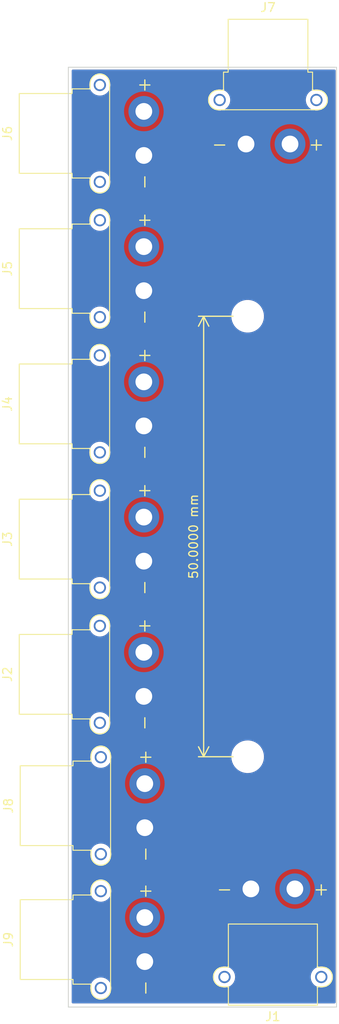
<source format=kicad_pcb>
(kicad_pcb (version 20221018) (generator pcbnew)
  (layers (0 "F.Cu" signal) (31 "B.Cu" signal) (34 "B.Paste" user) (35 "F.Paste" user) (36 "B.SilkS" user "B.Silkscreen") (37 "F.SilkS" user "F.Silkscreen") (38 "B.Mask" user) (39 "F.Mask" user) (44 "Edge.Cuts" user))
  (net 0 "")
  (net 1 "/-")
  (net 2 "/+")
  (footprint "Connector_AMASS:AMASS_XT30PW-F_1x02_P2.50mm_Horizontal" (layer "F.Cu") (at 154.816742 30.450794)
    (fp_text reference "J7" (at 2.5 -15.5) (layer "F.SilkS"))
    (fp_text value "Conn_01x02_Pin")
    (fp_text user "+" (at 8 0) (layer "F.SilkS") (effects (font (size 1.5 1.5))))
    (fp_text user "-" (at -3 0) (layer "F.SilkS") (effects (font (size 1.5 1.5))))
    (fp_line (start -3.26 -6.11) (end -2.56 -6.11) (stroke (width 0.12)) (layer "F.SilkS"))
    (fp_line (start -3.26 -3.89) (end 8.26 -3.89) (stroke (width 0.12)) (layer "F.SilkS"))
    (fp_line (start -2.56 -8.16) (end -2.56 -6.11) (stroke (width 0.12)) (layer "F.SilkS"))
    (fp_line (start -2.56 -8.16) (end -2.03 -8.16) (stroke (width 0.12)) (layer "F.SilkS"))
    (fp_line (start -2.03 -14.16) (end -2.03 -8.16) (stroke (width 0.12)) (layer "F.SilkS"))
    (fp_line (start -2.03 -14.16) (end 7 -14.16) (stroke (width 0.12)) (layer "F.SilkS"))
    (fp_line (start 7.03 -14.16) (end 7.03 -8.16) (stroke (width 0.12)) (layer "F.SilkS"))
    (fp_line (start 7.03 -8.16) (end 7.56 -8.16) (stroke (width 0.12)) (layer "F.SilkS"))
    (fp_line (start 7.56 -8.16) (end 7.56 -6.11) (stroke (width 0.12)) (layer "F.SilkS"))
    (fp_line (start 7.56 -6.11) (end 8.26 -6.11) (stroke (width 0.12)) (layer "F.SilkS"))
    (fp_arc (start -3.321729 -3.903365) (mid -4.256653 -5.086124) (end -3.15 -6.11) (stroke (width 0.12)) (layer "F.SilkS"))
    (fp_arc (start 8.15 -6.11) (mid 9.26 -5) (end 8.15 -3.89) (stroke (width 0.12)) (layer "F.SilkS"))
    (pad "" thru_hole circle (at -3 -5 90) (size 1.4 1.4) (drill 1) (layers "*.Cu" "*.Mask"))
    (pad "" thru_hole circle (at 8 -5) (size 1.4 1.4) (drill 1) (layers "*.Cu" "*.Mask"))
    (pad "1" thru_hole rect (at 0 0) (size 3.5 3.5) (drill 1.9) (layers "*.Cu" "*.Mask") (net 1 "/-"))
    (pad "2" thru_hole circle (at 5 0) (size 3.5 3.5) (drill 1.9) (layers "*.Cu" "*.Mask") (net 2 "/+"))
  )
  (footprint "Connector_AMASS:AMASS_XT30PW-F_1x02_P2.50mm_Horizontal" (layer "F.Cu") (at 143.31 108.054413 90)
    (fp_text reference "J8" (at 2.5 -15.5 90) (layer "F.SilkS"))
    (fp_text value "Conn_01x02_Pin")
    (fp_text user "-" (at -3 0 90) (layer "F.SilkS") (effects (font (size 1.5 1.5))))
    (fp_text user "+" (at 8 0 90) (layer "F.SilkS") (effects (font (size 1.5 1.5))))
    (fp_line (start -3.26 -6.11) (end -2.56 -6.11) (stroke (width 0.12)) (layer "F.SilkS"))
    (fp_line (start -3.26 -3.89) (end 8.26 -3.89) (stroke (width 0.12)) (layer "F.SilkS"))
    (fp_line (start -2.56 -8.16) (end -2.56 -6.11) (stroke (width 0.12)) (layer "F.SilkS"))
    (fp_line (start -2.56 -8.16) (end -2.03 -8.16) (stroke (width 0.12)) (layer "F.SilkS"))
    (fp_line (start -2.03 -14.16) (end -2.03 -8.16) (stroke (width 0.12)) (layer "F.SilkS"))
    (fp_line (start -2.03 -14.16) (end 7 -14.16) (stroke (width 0.12)) (layer "F.SilkS"))
    (fp_line (start 7.03 -14.16) (end 7.03 -8.16) (stroke (width 0.12)) (layer "F.SilkS"))
    (fp_line (start 7.03 -8.16) (end 7.56 -8.16) (stroke (width 0.12)) (layer "F.SilkS"))
    (fp_line (start 7.56 -8.16) (end 7.56 -6.11) (stroke (width 0.12)) (layer "F.SilkS"))
    (fp_line (start 7.56 -6.11) (end 8.26 -6.11) (stroke (width 0.12)) (layer "F.SilkS"))
    (fp_arc (start -3.321729 -3.903365) (mid -4.256653 -5.086124) (end -3.15 -6.11) (stroke (width 0.12)) (layer "F.SilkS"))
    (fp_arc (start 8.15 -6.11) (mid 9.26 -5) (end 8.15 -3.89) (stroke (width 0.12)) (layer "F.SilkS"))
    (pad "" thru_hole circle (at -3 -5 180) (size 1.4 1.4) (drill 1) (layers "*.Cu" "*.Mask"))
    (pad "" thru_hole circle (at 8 -5 90) (size 1.4 1.4) (drill 1) (layers "*.Cu" "*.Mask"))
    (pad "1" thru_hole rect (at 0 0 90) (size 3.5 3.5) (drill 1.9) (layers "*.Cu" "*.Mask") (net 1 "/-"))
    (pad "2" thru_hole circle (at 5 0 90) (size 3.5 3.5) (drill 1.9) (layers "*.Cu" "*.Mask") (net 2 "/+"))
  )
  (footprint "Connector_AMASS:AMASS_XT30PW-F_1x02_P2.50mm_Horizontal" (layer "F.Cu") (at 143.199909 93.148984 90)
    (fp_text reference "J2" (at 2.5 -15.5 90) (layer "F.SilkS"))
    (fp_text value "Conn_01x02_Pin")
    (fp_text user "+" (at 8 0 90) (layer "F.SilkS") (effects (font (size 1.5 1.5))))
    (fp_text user "-" (at -3 0 90) (layer "F.SilkS") (effects (font (size 1.5 1.5))))
    (fp_line (start -3.26 -6.11) (end -2.56 -6.11) (stroke (width 0.12)) (layer "F.SilkS"))
    (fp_line (start -3.26 -3.89) (end 8.26 -3.89) (stroke (width 0.12)) (layer "F.SilkS"))
    (fp_line (start -2.56 -8.16) (end -2.56 -6.11) (stroke (width 0.12)) (layer "F.SilkS"))
    (fp_line (start -2.56 -8.16) (end -2.03 -8.16) (stroke (width 0.12)) (layer "F.SilkS"))
    (fp_line (start -2.03 -14.16) (end -2.03 -8.16) (stroke (width 0.12)) (layer "F.SilkS"))
    (fp_line (start -2.03 -14.16) (end 7 -14.16) (stroke (width 0.12)) (layer "F.SilkS"))
    (fp_line (start 7.03 -14.16) (end 7.03 -8.16) (stroke (width 0.12)) (layer "F.SilkS"))
    (fp_line (start 7.03 -8.16) (end 7.56 -8.16) (stroke (width 0.12)) (layer "F.SilkS"))
    (fp_line (start 7.56 -8.16) (end 7.56 -6.11) (stroke (width 0.12)) (layer "F.SilkS"))
    (fp_line (start 7.56 -6.11) (end 8.26 -6.11) (stroke (width 0.12)) (layer "F.SilkS"))
    (fp_arc (start -3.321729 -3.903365) (mid -4.256653 -5.086124) (end -3.15 -6.11) (stroke (width 0.12)) (layer "F.SilkS"))
    (fp_arc (start 8.15 -6.11) (mid 9.26 -5) (end 8.15 -3.89) (stroke (width 0.12)) (layer "F.SilkS"))
    (pad "" thru_hole circle (at -3 -5 180) (size 1.4 1.4) (drill 1) (layers "*.Cu" "*.Mask"))
    (pad "" thru_hole circle (at 8 -5 90) (size 1.4 1.4) (drill 1) (layers "*.Cu" "*.Mask"))
    (pad "1" thru_hole rect (at 0 0 90) (size 3.5 3.5) (drill 1.9) (layers "*.Cu" "*.Mask") (net 1 "/-"))
    (pad "2" thru_hole circle (at 5 0 90) (size 3.5 3.5) (drill 1.9) (layers "*.Cu" "*.Mask") (net 2 "/+"))
  )
  (footprint "Connector_AMASS:AMASS_XT30PW-F_1x02_P2.50mm_Horizontal" (layer "F.Cu") (at 143.199909 62.448984 90)
    (fp_text reference "J4" (at 2.5 -15.5 90) (layer "F.SilkS"))
    (fp_text value "Conn_01x02_Pin")
    (fp_text user "+" (at 8 0 90) (layer "F.SilkS") (effects (font (size 1.5 1.5))))
    (fp_text user "-" (at -3 0 90) (layer "F.SilkS") (effects (font (size 1.5 1.5))))
    (fp_line (start -3.26 -6.11) (end -2.56 -6.11) (stroke (width 0.12)) (layer "F.SilkS"))
    (fp_line (start -3.26 -3.89) (end 8.26 -3.89) (stroke (width 0.12)) (layer "F.SilkS"))
    (fp_line (start -2.56 -8.16) (end -2.56 -6.11) (stroke (width 0.12)) (layer "F.SilkS"))
    (fp_line (start -2.56 -8.16) (end -2.03 -8.16) (stroke (width 0.12)) (layer "F.SilkS"))
    (fp_line (start -2.03 -14.16) (end -2.03 -8.16) (stroke (width 0.12)) (layer "F.SilkS"))
    (fp_line (start -2.03 -14.16) (end 7 -14.16) (stroke (width 0.12)) (layer "F.SilkS"))
    (fp_line (start 7.03 -14.16) (end 7.03 -8.16) (stroke (width 0.12)) (layer "F.SilkS"))
    (fp_line (start 7.03 -8.16) (end 7.56 -8.16) (stroke (width 0.12)) (layer "F.SilkS"))
    (fp_line (start 7.56 -8.16) (end 7.56 -6.11) (stroke (width 0.12)) (layer "F.SilkS"))
    (fp_line (start 7.56 -6.11) (end 8.26 -6.11) (stroke (width 0.12)) (layer "F.SilkS"))
    (fp_arc (start -3.321729 -3.903365) (mid -4.256653 -5.086124) (end -3.15 -6.11) (stroke (width 0.12)) (layer "F.SilkS"))
    (fp_arc (start 8.15 -6.11) (mid 9.26 -5) (end 8.15 -3.89) (stroke (width 0.12)) (layer "F.SilkS"))
    (pad "" thru_hole circle (at -3 -5 180) (size 1.4 1.4) (drill 1) (layers "*.Cu" "*.Mask"))
    (pad "" thru_hole circle (at 8 -5 90) (size 1.4 1.4) (drill 1) (layers "*.Cu" "*.Mask"))
    (pad "1" thru_hole rect (at 0 0 90) (size 3.5 3.5) (drill 1.9) (layers "*.Cu" "*.Mask") (net 1 "/-"))
    (pad "2" thru_hole circle (at 5 0 90) (size 3.5 3.5) (drill 1.9) (layers "*.Cu" "*.Mask") (net 2 "/+"))
  )
  (footprint "Connector_AMASS:AMASS_XT30PW-F_1x02_P2.50mm_Horizontal" (layer "F.Cu") (at 143.199909 47.098984 90)
    (fp_text reference "J5" (at 2.5 -15.5 90) (layer "F.SilkS"))
    (fp_text value "Conn_01x02_Pin")
    (fp_text user "+" (at 8 0 90) (layer "F.SilkS") (effects (font (size 1.5 1.5))))
    (fp_text user "-" (at -3 0 90) (layer "F.SilkS") (effects (font (size 1.5 1.5))))
    (fp_line (start -3.26 -6.11) (end -2.56 -6.11) (stroke (width 0.12)) (layer "F.SilkS"))
    (fp_line (start -3.26 -3.89) (end 8.26 -3.89) (stroke (width 0.12)) (layer "F.SilkS"))
    (fp_line (start -2.56 -8.16) (end -2.56 -6.11) (stroke (width 0.12)) (layer "F.SilkS"))
    (fp_line (start -2.56 -8.16) (end -2.03 -8.16) (stroke (width 0.12)) (layer "F.SilkS"))
    (fp_line (start -2.03 -14.16) (end -2.03 -8.16) (stroke (width 0.12)) (layer "F.SilkS"))
    (fp_line (start -2.03 -14.16) (end 7 -14.16) (stroke (width 0.12)) (layer "F.SilkS"))
    (fp_line (start 7.03 -14.16) (end 7.03 -8.16) (stroke (width 0.12)) (layer "F.SilkS"))
    (fp_line (start 7.03 -8.16) (end 7.56 -8.16) (stroke (width 0.12)) (layer "F.SilkS"))
    (fp_line (start 7.56 -8.16) (end 7.56 -6.11) (stroke (width 0.12)) (layer "F.SilkS"))
    (fp_line (start 7.56 -6.11) (end 8.26 -6.11) (stroke (width 0.12)) (layer "F.SilkS"))
    (fp_arc (start -3.321729 -3.903365) (mid -4.256653 -5.086124) (end -3.15 -6.11) (stroke (width 0.12)) (layer "F.SilkS"))
    (fp_arc (start 8.15 -6.11) (mid 9.26 -5) (end 8.15 -3.89) (stroke (width 0.12)) (layer "F.SilkS"))
    (pad "" thru_hole circle (at -3 -5 180) (size 1.4 1.4) (drill 1) (layers "*.Cu" "*.Mask"))
    (pad "" thru_hole circle (at 8 -5 90) (size 1.4 1.4) (drill 1) (layers "*.Cu" "*.Mask"))
    (pad "1" thru_hole rect (at 0 0 90) (size 3.5 3.5) (drill 1.9) (layers "*.Cu" "*.Mask") (net 1 "/-"))
    (pad "2" thru_hole circle (at 5 0 90) (size 3.5 3.5) (drill 1.9) (layers "*.Cu" "*.Mask") (net 2 "/+"))
  )
  (footprint "Connector_AMASS:AMASS_XT30PW-F_1x02_P2.50mm_Horizontal" (layer "F.Cu") (at 143.199909 31.748984 90)
    (fp_text reference "J6" (at 2.5 -15.5 90) (layer "F.SilkS"))
    (fp_text value "Conn_01x02_Pin")
    (fp_text user "-" (at -3 0 90) (layer "F.SilkS") (effects (font (size 1.5 1.5))))
    (fp_text user "+" (at 8 0 90) (layer "F.SilkS") (effects (font (size 1.5 1.5))))
    (fp_line (start -3.26 -6.11) (end -2.56 -6.11) (stroke (width 0.12)) (layer "F.SilkS"))
    (fp_line (start -3.26 -3.89) (end 8.26 -3.89) (stroke (width 0.12)) (layer "F.SilkS"))
    (fp_line (start -2.56 -8.16) (end -2.56 -6.11) (stroke (width 0.12)) (layer "F.SilkS"))
    (fp_line (start -2.56 -8.16) (end -2.03 -8.16) (stroke (width 0.12)) (layer "F.SilkS"))
    (fp_line (start -2.03 -14.16) (end -2.03 -8.16) (stroke (width 0.12)) (layer "F.SilkS"))
    (fp_line (start -2.03 -14.16) (end 7 -14.16) (stroke (width 0.12)) (layer "F.SilkS"))
    (fp_line (start 7.03 -14.16) (end 7.03 -8.16) (stroke (width 0.12)) (layer "F.SilkS"))
    (fp_line (start 7.03 -8.16) (end 7.56 -8.16) (stroke (width 0.12)) (layer "F.SilkS"))
    (fp_line (start 7.56 -8.16) (end 7.56 -6.11) (stroke (width 0.12)) (layer "F.SilkS"))
    (fp_line (start 7.56 -6.11) (end 8.26 -6.11) (stroke (width 0.12)) (layer "F.SilkS"))
    (fp_arc (start -3.321729 -3.903365) (mid -4.256653 -5.086124) (end -3.15 -6.11) (stroke (width 0.12)) (layer "F.SilkS"))
    (fp_arc (start 8.15 -6.11) (mid 9.26 -5) (end 8.15 -3.89) (stroke (width 0.12)) (layer "F.SilkS"))
    (pad "" thru_hole circle (at -3 -5 180) (size 1.4 1.4) (drill 1) (layers "*.Cu" "*.Mask"))
    (pad "" thru_hole circle (at 8 -5 90) (size 1.4 1.4) (drill 1) (layers "*.Cu" "*.Mask"))
    (pad "1" thru_hole rect (at 0 0 90) (size 3.5 3.5) (drill 1.9) (layers "*.Cu" "*.Mask") (net 1 "/-"))
    (pad "2" thru_hole circle (at 5 0 90) (size 3.5 3.5) (drill 1.9) (layers "*.Cu" "*.Mask") (net 2 "/+"))
  )
  (footprint "Connector_AMASS:AMASS_XT30PW-M_1x02_P2.50mm_Horizontal" (layer "F.Cu") (at 155.369457 115 180)
    (fp_text reference "J1" (at -2.5 -14.5) (layer "F.SilkS"))
    (fp_text value "Conn_01x02_Socket")
    (fp_text user "-" (at 3 0) (layer "F.SilkS") (effects (font (size 1.5 1.5))))
    (fp_text user "+" (at -8 0) (layer "F.SilkS") (effects (font (size 1.5 1.5))))
    (fp_line (start -8.15 -11.11) (end -7.56 -11.11) (stroke (width 0.12)) (layer "F.SilkS"))
    (fp_line (start -8.15 -8.89) (end -7.56 -8.89) (stroke (width 0.12)) (layer "F.SilkS"))
    (fp_line (start -7.56 -13.21) (end -7.56 -11.11) (stroke (width 0.12)) (layer "F.SilkS"))
    (fp_line (start -7.56 -13.21) (end 2.56 -13.21) (stroke (width 0.12)) (layer "F.SilkS"))
    (fp_line (start -7.56 -8.89) (end -7.56 -3.99) (stroke (width 0.12)) (layer "F.SilkS"))
    (fp_line (start -7.56 -3.99) (end 2.56 -3.99) (stroke (width 0.12)) (layer "F.SilkS"))
    (fp_line (start 2.56 -13.21) (end 2.56 -11.11) (stroke (width 0.12)) (layer "F.SilkS"))
    (fp_line (start 2.56 -11.11) (end 3.15 -11.11) (stroke (width 0.12)) (layer "F.SilkS"))
    (fp_line (start 2.56 -8.89) (end 2.56 -3.99) (stroke (width 0.12)) (layer "F.SilkS"))
    (fp_line (start 2.56 -8.89) (end 3.15 -8.89) (stroke (width 0.12)) (layer "F.SilkS"))
    (fp_arc (start -8.15 -8.89) (mid -9.26 -10) (end -8.15 -11.11) (stroke (width 0.12)) (layer "F.SilkS"))
    (fp_arc (start 3.15 -11.11) (mid 4.26 -10) (end 3.15 -8.89) (stroke (width 0.12)) (layer "F.SilkS"))
    (pad "" thru_hole circle (at -8 -10 180) (size 1.4 1.4) (drill 1) (layers "*.Cu" "*.Mask"))
    (pad "" thru_hole circle (at 3 -10 180) (size 1.4 1.4) (drill 1) (layers "*.Cu" "*.Mask"))
    (pad "1" thru_hole rect (at 0 0 180) (size 3.5 3.5) (drill 1.9) (layers "*.Cu" "*.Mask") (net 1 "/-"))
    (pad "2" thru_hole circle (at -5 0 180) (size 3.5 3.5) (drill 1.9) (layers "*.Cu" "*.Mask") (net 2 "/+"))
  )
  (footprint "Connector_AMASS:AMASS_XT30PW-F_1x02_P2.50mm_Horizontal" (layer "F.Cu") (at 143.31 123.254413 90)
    (fp_text reference "J9" (at 2.5 -15.5 90) (layer "F.SilkS"))
    (fp_text value "Conn_01x02_Pin")
    (fp_text user "-" (at -3 0 90) (layer "F.SilkS") (effects (font (size 1.5 1.5))))
    (fp_text user "+" (at 8 0 90) (layer "F.SilkS") (effects (font (size 1.5 1.5))))
    (fp_line (start -3.26 -6.11) (end -2.56 -6.11) (stroke (width 0.12)) (layer "F.SilkS"))
    (fp_line (start -3.26 -3.89) (end 8.26 -3.89) (stroke (width 0.12)) (layer "F.SilkS"))
    (fp_line (start -2.56 -8.16) (end -2.56 -6.11) (stroke (width 0.12)) (layer "F.SilkS"))
    (fp_line (start -2.56 -8.16) (end -2.03 -8.16) (stroke (width 0.12)) (layer "F.SilkS"))
    (fp_line (start -2.03 -14.16) (end -2.03 -8.16) (stroke (width 0.12)) (layer "F.SilkS"))
    (fp_line (start -2.03 -14.16) (end 7 -14.16) (stroke (width 0.12)) (layer "F.SilkS"))
    (fp_line (start 7.03 -14.16) (end 7.03 -8.16) (stroke (width 0.12)) (layer "F.SilkS"))
    (fp_line (start 7.03 -8.16) (end 7.56 -8.16) (stroke (width 0.12)) (layer "F.SilkS"))
    (fp_line (start 7.56 -8.16) (end 7.56 -6.11) (stroke (width 0.12)) (layer "F.SilkS"))
    (fp_line (start 7.56 -6.11) (end 8.26 -6.11) (stroke (width 0.12)) (layer "F.SilkS"))
    (fp_arc (start -3.321729 -3.903365) (mid -4.256653 -5.086124) (end -3.15 -6.11) (stroke (width 0.12)) (layer "F.SilkS"))
    (fp_arc (start 8.15 -6.11) (mid 9.26 -5) (end 8.15 -3.89) (stroke (width 0.12)) (layer "F.SilkS"))
    (pad "" thru_hole circle (at -3 -5 180) (size 1.4 1.4) (drill 1) (layers "*.Cu" "*.Mask"))
    (pad "" thru_hole circle (at 8 -5 90) (size 1.4 1.4) (drill 1) (layers "*.Cu" "*.Mask"))
    (pad "1" thru_hole rect (at 0 0 90) (size 3.5 3.5) (drill 1.9) (layers "*.Cu" "*.Mask") (net 1 "/-"))
    (pad "2" thru_hole circle (at 5 0 90) (size 3.5 3.5) (drill 1.9) (layers "*.Cu" "*.Mask") (net 2 "/+"))
  )
  (footprint "MountingHole:MountingHole_3.2mm_M3" (layer "F.Cu") (at 155 50)
    (fp_text reference "REF**" hide)
    (fp_text value "MountingHole_3.2mm_M3")
    (pad "" np_thru_hole circle (at 0 0) (size 3.2 3.2) (drill 3.2) (layers "*.Cu" "*.Mask"))
  )
  (footprint "Connector_AMASS:AMASS_XT30PW-F_1x02_P2.50mm_Horizontal" (layer "F.Cu") (at 143.199909 77.798984 90)
    (fp_text reference "J3" (at 2.5 -15.5 90) (layer "F.SilkS"))
    (fp_text value "Conn_01x02_Pin")
    (fp_text user "+" (at 8 0 90) (layer "F.SilkS") (effects (font (size 1.5 1.5))))
    (fp_text user "-" (at -3 0 90) (layer "F.SilkS") (effects (font (size 1.5 1.5))))
    (fp_line (start -3.26 -6.11) (end -2.56 -6.11) (stroke (width 0.12)) (layer "F.SilkS"))
    (fp_line (start -3.26 -3.89) (end 8.26 -3.89) (stroke (width 0.12)) (layer "F.SilkS"))
    (fp_line (start -2.56 -8.16) (end -2.56 -6.11) (stroke (width 0.12)) (layer "F.SilkS"))
    (fp_line (start -2.56 -8.16) (end -2.03 -8.16) (stroke (width 0.12)) (layer "F.SilkS"))
    (fp_line (start -2.03 -14.16) (end -2.03 -8.16) (stroke (width 0.12)) (layer "F.SilkS"))
    (fp_line (start -2.03 -14.16) (end 7 -14.16) (stroke (width 0.12)) (layer "F.SilkS"))
    (fp_line (start 7.03 -14.16) (end 7.03 -8.16) (stroke (width 0.12)) (layer "F.SilkS"))
    (fp_line (start 7.03 -8.16) (end 7.56 -8.16) (stroke (width 0.12)) (layer "F.SilkS"))
    (fp_line (start 7.56 -8.16) (end 7.56 -6.11) (stroke (width 0.12)) (layer "F.SilkS"))
    (fp_line (start 7.56 -6.11) (end 8.26 -6.11) (stroke (width 0.12)) (layer "F.SilkS"))
    (fp_arc (start -3.321729 -3.903365) (mid -4.256653 -5.086124) (end -3.15 -6.11) (stroke (width 0.12)) (layer "F.SilkS"))
    (fp_arc (start 8.15 -6.11) (mid 9.26 -5) (end 8.15 -3.89) (stroke (width 0.12)) (layer "F.SilkS"))
    (pad "" thru_hole circle (at -3 -5 180) (size 1.4 1.4) (drill 1) (layers "*.Cu" "*.Mask"))
    (pad "" thru_hole circle (at 8 -5 90) (size 1.4 1.4) (drill 1) (layers "*.Cu" "*.Mask"))
    (pad "1" thru_hole rect (at 0 0 90) (size 3.5 3.5) (drill 1.9) (layers "*.Cu" "*.Mask") (net 1 "/-"))
    (pad "2" thru_hole circle (at 5 0 90) (size 3.5 3.5) (drill 1.9) (layers "*.Cu" "*.Mask") (net 2 "/+"))
  )
  (footprint "MountingHole:MountingHole_3.2mm_M3" (layer "F.Cu") (at 155 100)
    (fp_text reference "REF**" hide)
    (fp_text value "MountingHole_3.2mm_M3")
    (pad "" np_thru_hole circle (at 0 0) (size 3.2 3.2) (drill 3.2) (layers "*.Cu" "*.Mask"))
  )
  (gr_line (start 134.62 21.734413) (end 134.62 128.414413) (stroke (width 0.1)) (layer "Edge.Cuts"))
  (gr_line (start 134.62 128.414413) (end 165.1 128.414413) (stroke (width 0.1)) (layer "Edge.Cuts"))
  (gr_line (start 165.1 21.734413) (end 134.62 21.734413) (stroke (width 0.1)) (layer "Edge.Cuts"))
  (gr_line (start 165.1 128.414413) (end 165.1 21.734413) (stroke (width 0.1)) (layer "Edge.Cuts"))
  (gr_text "e7c" (at 149 62 270) (layer "F.Cu" knockout) (effects (font (size 10 10) (thickness 0.3) bold) (justify left bottom)))
  (dimension (type aligned) (layer "F.SilkS") (pts (xy 155 50) (xy 155 100)) (height 5) (gr_text "50.0000 mm" (at 148.85 75 90) (layer "F.SilkS") (effects (font (size 1 1) (thickness 0.15)))) (format (prefix "") (suffix "") (units 3) (units_format 1) (precision 4)) (style (thickness 0.15) (arrow_length 1.27) (text_position_mode 0) (extension_height 0.58642) (extension_offset 0.5) keep_text_aligned))
  (zone (net 2) (net_name "/+") (layer "F.Cu") (connect_pads yes (clearance 0.5)) (min_thickness 0.25) (fill yes (thermal_gap 0.5) (thermal_bridge_width 1))
    (polygon (pts (xy 165 22) (xy 165 128) (xy 135 128) (xy 135 22)))
  )
  (zone (net 1) (net_name "/-") (layer "B.Cu") (priority 1) (connect_pads yes (clearance 0.5)) (min_thickness 0.25) (fill yes (thermal_gap 0.5) (thermal_bridge_width 0.5))
    (polygon (pts (xy 165 22) (xy 165 128) (xy 135 128) (xy 135 22)))
  )
)
</source>
